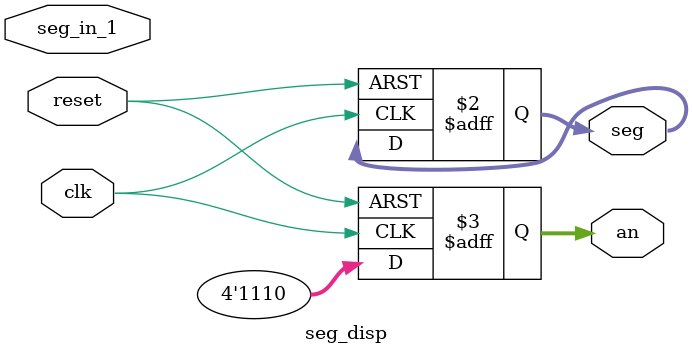
<source format=sv>
module seg_disp (
    input logic clk,reset,
    input logic [6:0] seg_in_1,
    output logic [6:0] seg,
    output logic [3:0] an
);


always @( posedge clk, posedge reset ) begin
    if (reset)
    begin
        seg <= 7'b1111111;
        an <= 4'b1111;
    end
    else
    begin
        an <= 4'b1110;
        
    end
end

    
endmodule
</source>
